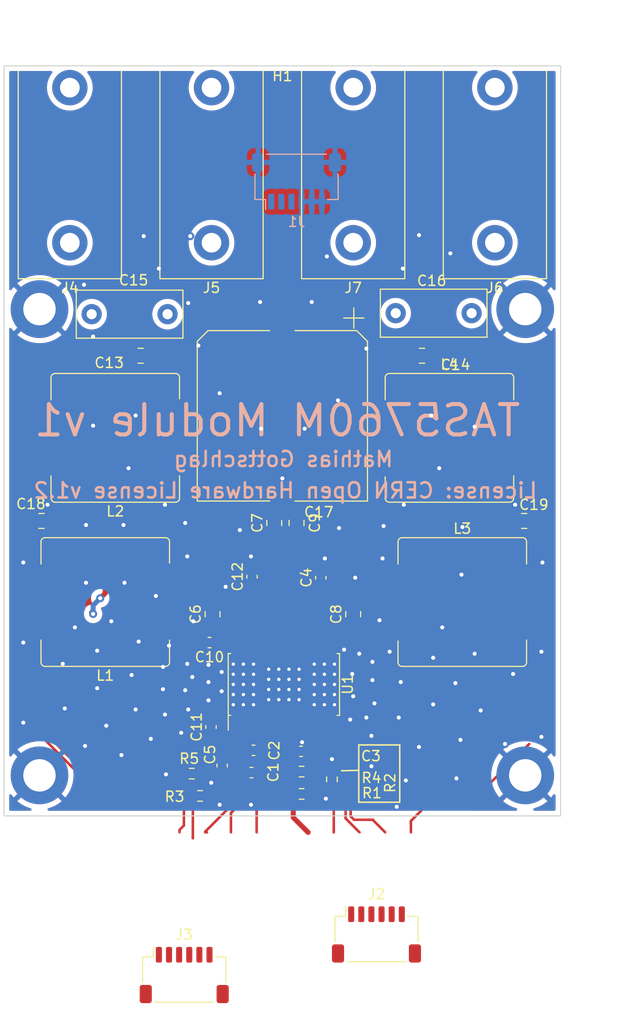
<source format=kicad_pcb>
(kicad_pcb (version 20211014) (generator pcbnew)

  (general
    (thickness 1.6)
  )

  (paper "A4")
  (title_block
    (title "TAS5760M Speaker Amplifier Modyule")
  )

  (layers
    (0 "F.Cu" signal)
    (31 "B.Cu" signal)
    (32 "B.Adhes" user "B.Adhesive")
    (33 "F.Adhes" user "F.Adhesive")
    (34 "B.Paste" user)
    (35 "F.Paste" user)
    (36 "B.SilkS" user "B.Silkscreen")
    (37 "F.SilkS" user "F.Silkscreen")
    (38 "B.Mask" user)
    (39 "F.Mask" user)
    (40 "Dwgs.User" user "User.Drawings")
    (41 "Cmts.User" user "User.Comments")
    (42 "Eco1.User" user "User.Eco1")
    (43 "Eco2.User" user "User.Eco2")
    (44 "Edge.Cuts" user)
    (45 "Margin" user)
    (46 "B.CrtYd" user "B.Courtyard")
    (47 "F.CrtYd" user "F.Courtyard")
    (48 "B.Fab" user)
    (49 "F.Fab" user)
    (50 "User.1" user "Nutzer.1")
    (51 "User.2" user "Nutzer.2")
    (52 "User.3" user "Nutzer.3")
    (53 "User.4" user "Nutzer.4")
    (54 "User.5" user "Nutzer.5")
    (55 "User.6" user "Nutzer.6")
    (56 "User.7" user "Nutzer.7")
    (57 "User.8" user "Nutzer.8")
    (58 "User.9" user "Nutzer.9")
  )

  (setup
    (stackup
      (layer "F.SilkS" (type "Top Silk Screen"))
      (layer "F.Paste" (type "Top Solder Paste"))
      (layer "F.Mask" (type "Top Solder Mask") (color "Green") (thickness 0.01))
      (layer "F.Cu" (type "copper") (thickness 0.035))
      (layer "dielectric 1" (type "core") (thickness 1.51) (material "FR4") (epsilon_r 4.5) (loss_tangent 0.02))
      (layer "B.Cu" (type "copper") (thickness 0.035))
      (layer "B.Mask" (type "Bottom Solder Mask") (color "Green") (thickness 0.01))
      (layer "B.Paste" (type "Bottom Solder Paste"))
      (layer "B.SilkS" (type "Bottom Silk Screen"))
      (copper_finish "None")
      (dielectric_constraints no)
    )
    (pad_to_mask_clearance 0)
    (pcbplotparams
      (layerselection 0x00010fc_ffffffff)
      (disableapertmacros false)
      (usegerberextensions false)
      (usegerberattributes true)
      (usegerberadvancedattributes true)
      (creategerberjobfile true)
      (svguseinch false)
      (svgprecision 6)
      (excludeedgelayer true)
      (plotframeref false)
      (viasonmask false)
      (mode 1)
      (useauxorigin false)
      (hpglpennumber 1)
      (hpglpenspeed 20)
      (hpglpendiameter 15.000000)
      (dxfpolygonmode true)
      (dxfimperialunits true)
      (dxfusepcbnewfont true)
      (psnegative false)
      (psa4output false)
      (plotreference true)
      (plotvalue true)
      (plotinvisibletext false)
      (sketchpadsonfab false)
      (subtractmaskfromsilk false)
      (outputformat 1)
      (mirror false)
      (drillshape 1)
      (scaleselection 1)
      (outputdirectory "")
    )
  )

  (net 0 "")
  (net 1 "Net-(C1-Pad1)")
  (net 2 "Net-(C1-Pad2)")
  (net 3 "Net-(C2-Pad1)")
  (net 4 "GND")
  (net 5 "+3V3")
  (net 6 "/PVDD")
  (net 7 "Net-(C10-Pad1)")
  (net 8 "Net-(C6-Pad1)")
  (net 9 "/SPK_A+")
  (net 10 "Net-(C7-Pad1)")
  (net 11 "/SPK_A-")
  (net 12 "Net-(C8-Pad1)")
  (net 13 "/SPK_B+")
  (net 14 "Net-(C9-Pad1)")
  (net 15 "/SPK_B-")
  (net 16 "Net-(C13-Pad1)")
  (net 17 "Net-(C14-Pad1)")
  (net 18 "Net-(C15-Pad1)")
  (net 19 "Net-(C16-Pad1)")
  (net 20 "/~{SPK_FAULT}")
  (net 21 "/~{SPK_SD}")
  (net 22 "/SDA")
  (net 23 "/SCL")
  (net 24 "/MCLK")
  (net 25 "/SCLK")
  (net 26 "/SDI")
  (net 27 "/WS")
  (net 28 "/ADR")
  (net 29 "Net-(R3-Pad1)")
  (net 30 "Net-(R4-Pad2)")
  (net 31 "unconnected-(J2-Pad3)")

  (footprint "Capacitor_SMD:C_0603_1608Metric" (layer "F.Cu") (at 69 111.4 90))

  (footprint "Capacitor_SMD:C_0805_2012Metric" (layer "F.Cu") (at 48.2 105.9))

  (footprint "HackAmp-Footprints:L_Bourns_SRR1208" (layer "F.Cu") (at 54.5 113.9 180))

  (footprint "Resistor_SMD:R_0603_1608Metric" (layer "F.Cu") (at 73.9 130.63))

  (footprint "HackAmp-Footprints:Banana_Jack_Deltron_571" (layer "F.Cu") (at 51 63.15))

  (footprint "HackAmp-Footprints:HackAmp-Module" (layer "F.Cu") (at 72 98))

  (footprint "Resistor_SMD:R_0603_1608Metric" (layer "F.Cu") (at 73.9 132.83))

  (footprint "Capacitor_SMD:C_0603_1608Metric" (layer "F.Cu") (at 68.95 130.73))

  (footprint "Resistor_SMD:R_0603_1608Metric" (layer "F.Cu") (at 63.045 130.83 180))

  (footprint "Capacitor_SMD:C_0603_1608Metric" (layer "F.Cu") (at 64.95 126.23 90))

  (footprint "Capacitor_SMD:C_0603_1608Metric" (layer "F.Cu") (at 64.8 117.9 180))

  (footprint "HackAmp-Footprints:L_Bourns_SRR1208" (layer "F.Cu") (at 88.51 97.7))

  (footprint "HackAmp-Footprints:L_Bourns_SRR1208" (layer "F.Cu") (at 89.78 113.9))

  (footprint "Connector_JST:JST_SH_SM06B-SRSS-TB_1x06-1MP_P1.00mm_Horizontal" (layer "F.Cu") (at 62.3 150.7))

  (footprint "HackAmp-Footprints:CP_Elec_16x17.5_Nichicon" (layer "F.Cu") (at 72 95.53 -90))

  (footprint "Capacitor_SMD:C_0603_1608Metric" (layer "F.Cu") (at 75.8 111.5 90))

  (footprint "Resistor_SMD:R_0603_1608Metric" (layer "F.Cu") (at 63.87 133.03))

  (footprint "Resistor_SMD:R_0603_1608Metric" (layer "F.Cu") (at 76.9 131.4 -90))

  (footprint "Connector_JST:JST_SH_SM06B-SRSS-TB_1x06-1MP_P1.00mm_Horizontal" (layer "F.Cu") (at 81.3 146.7))

  (footprint "Capacitor_SMD:C_0805_2012Metric" (layer "F.Cu") (at 73.4 106.1 90))

  (footprint "HackAmp-Footprints:L_Bourns_SRR1208" (layer "F.Cu") (at 55.49 97.7 180))

  (footprint "Capacitor_THT:C_Rect_L10.3mm_W4.5mm_P7.50mm_MKS4" (layer "F.Cu") (at 53.155 85.5))

  (footprint "Capacitor_SMD:C_0805_2012Metric" (layer "F.Cu") (at 65.1 115.1 90))

  (footprint "Capacitor_SMD:C_0805_2012Metric" (layer "F.Cu") (at 85.8 89.6))

  (footprint "HackAmp-Footprints:Banana_Jack_Deltron_571" (layer "F.Cu") (at 93 63.15))

  (footprint "Capacitor_SMD:C_0603_1608Metric" (layer "F.Cu") (at 73.85 128.63 180))

  (footprint "HackAmp-Footprints:Banana_Jack_Deltron_571" (layer "F.Cu") (at 65 63.15))

  (footprint "HackAmp-Footprints:Banana_Jack_Deltron_571" (layer "F.Cu") (at 79 63.15))

  (footprint "Capacitor_SMD:C_0805_2012Metric" (layer "F.Cu") (at 79 115.1 90))

  (footprint "Capacitor_SMD:C_0603_1608Metric" (layer "F.Cu") (at 66.05 130.03 -90))

  (footprint "Capacitor_THT:C_Rect_L10.3mm_W4.5mm_P7.50mm_MKS4" (layer "F.Cu") (at 90.7 85.4 180))

  (footprint "Capacitor_SMD:C_0805_2012Metric" (layer "F.Cu") (at 95.9 105.9 180))

  (footprint "Capacitor_SMD:C_0603_1608Metric" (layer "F.Cu") (at 69.15 128.53))

  (footprint "HackAmp-Footprints:TexasInstruments_DAP32" (layer "F.Cu") (at 72.15 122.03 90))

  (footprint "Capacitor_SMD:C_0805_2012Metric" (layer "F.Cu") (at 71.2 106.1 90))

  (footprint "Capacitor_SMD:C_0805_2012Metric" (layer "F.Cu") (at 58 89.6 180))

  (footprint "Connector_JST:JST_SH_SM06B-SRSS-TB_1x06-1MP_P1.00mm_Horizontal" (layer "B.Cu") (at 73.4 72.4))

  (gr_line (start 79.55 130.5) (end 77.85 130.55) (layer "F.SilkS") (width 0.15) (tstamp 08364419-396d-43ef-b2c3-4a73fde2199a))
  (gr_line (start 83.6 128) (end 79.55 128) (layer "F.SilkS") (width 0.15) (tstamp 70262297-fecd-4d68-9807-c9152ede24db))
  (gr_line (start 79.55 133.65) (end 83.6 133.65) (layer "F.SilkS") (width 0.15) (tstamp 71717714-8e25-4da9-8b61-9e6e6b64bd3c))
  (gr_line (start 79.55 128) (end 79.55 133.65) (layer "F.SilkS") (width 0.15) (tstamp aba04d3b-e35b-4fdb-90e3-8a6657b4320d))
  (gr_line (start 83.6 133.65) (end 83.6 128) (layer "F.SilkS") (width 0.15) (tstamp f805e304-02be-4039-aba6-a4fff32caf1f))
  (gr_line (start 72 61) (end 72 60) (layer "Dwgs.User") (width 0.15) (tstamp 7dedff42-765a-4a9b-9a53-a166079b65e6))
  (gr_line (start 99.5 61) (end 44.5 61) (layer "Edge.Cuts") (width 0.1) (tstamp 7064edc8-5a97-463f-a151-e85fee368ed2))
  (gr_line (start 99.5 135) (end 99.5 61) (layer "Edge.Cuts") (width 0.1) (tstamp 82be46f6-125e-4364-aabc-b7cd46808a7d))
  (gr_line (start 44.5 61) (end 44.5 135) (layer "Edge.Cuts") (width 0.1) (tstamp c3960765-73e9-4dc9-ae5a-10b547c87c01))
  (gr_line (start 44.5 135) (end 99.5 135) (layer "Edge.Cuts") (width 0.1) (tstamp c95d2855-23ee-44e2-8670-16ec16d4823a))
  (gr_text "Mathias Gottschlag" (at 72.1 99.8) (layer "B.SilkS") (tstamp 6b1bfc03-62b7-4b65-bcfb-f39c33b06082)
    (effects (font (size 1.5 1.5) (thickness 0.25)) (justify mirror))
  )
  (gr_text "TAS5760M Module v1" (at 71.5 96) (layer "B.SilkS") (tstamp afd1af13-c9aa-4133-b421-9cd10496a5f0)
    (effects (font (size 3 3) (thickness 0.4)) (justify mirror))
  )
  (gr_text "License: CERN Open Hardware License v1.2" (at 72.3 102.9) (layer "B.SilkS") (tstamp e68657ba-c1fa-4827-9503-39fd65d5b0e2)
    (effects (font (size 1.5 1.5) (thickness 0.25)) (justify mirror))
  )
  (dimension (type aligned) (layer "Dwgs.User") (tstamp 0d002fee-dd8e-4968-9587-0940d44e85c8)
    (pts (xy 98.67 73.12) (xy 98.67 141.7))
    (height -3.81)
    (gr_text "68,5800 mm" (at 101.33 107.41 90) (layer "Dwgs.User") (tstamp 0d002fee-dd8e-4968-9587-0940d44e85c8)
      (effects (font (size 1 1) (thickness 0.15)))
    )
    (format (units 3) (units_format 1) (precision 4))
    (style (thickness 0.15) (arrow_length 1.27) (text_position_mode 0) (extension_height 0.58642) (extension_offset 0.5) keep_text_aligned)
  )
  (dimension (type aligned) (layer "Dwgs.User") (tstamp 9766c311-31b2-44f2-95bd-8ad1818ded63)
    (pts (xy 65 61) (xy 51 61))
    (height 4.5)
    (gr_text "14,0000 mm" (at 58 55.35) (layer "Dwgs.User") (tstamp 8e278210-72ce-45aa-84a0-dfe71749fd86)
      (effects (font (size 1 1) (thickness 0.15)))
    )
    (format (units 3) (units_format 1) (precision 4))
    (style (thickness 0.15) (arrow_length 1.27) (text_position_mode 0) (extension_height 0.58642) (extension_offset 0.5) keep_text_aligned)
  )
  (dimension (type aligned) (layer "Dwgs.User") (tstamp 983615f4-4f46-48e3-97ab-23dd395889a7)
    (pts (xy 72 61) (xy 79 61))
    (height -4.5)
    (gr_text "7,0000 mm" (at 75.5 55.35) (layer "Dwgs.User") (tstamp 28c84997-687d-4590-82cc-3828d4f61a88)
      (effects (font (size 1 1) (thickness 0.15)))
    )
    (format (units 3) (units_format 1) (precision 4))
    (style (thickness 0.15) (arrow_length 1.27) (text_position_mode 0) (extension_height 0.58642) (extension_offset 0.5) keep_text_aligned)
  )
  (dimension (type aligned) (layer "Dwgs.User") (tstamp a780176d-a979-420f-8420-5639b7be5c7f)
    (pts (xy 72 61) (xy 65 61))
    (height 4.5)
    (gr_text "7,0000 mm" (at 68.5 55.35) (layer "Dwgs.User") (tstamp 97a8c48f-e1f3-4e3e-8bd7-8b3e91bc53d6)
      (effects (font (size 1 1) (thickness 0.15)))
    )
    (format (units 3) (units_format 1) (precision 4))
    (style (thickness 0.15) (arrow_length 1.27) (text_position_mode 0) (extension_height 0.58642) (extension_offset 0.5) keep_text_aligned)
  )
  (dimension (type aligned) (layer "Dwgs.User") (tstamp dbf458b4-ca63-4c7d-9168-6b21a7958a78)
    (pts (xy 79 61) (xy 93 61))
    (height -4.5)
    (gr_text "14,0000 mm" (at 86 55.35) (layer "Dwgs.User") (tstamp 028e1e03-2c63-4f22-a699-7cafd1b9ea33)
      (effects (font (size 1 1) (thickness 0.15)))
    )
    (format (units 3) (units_format 1) (precision 4))
    (style (thickness 0.15) (arrow_length 1.27) (text_position_mode 0) (extension_height 0.58642) (extension_offset 0.5) keep_text_aligned)
  )
  (dimension (type aligned) (layer "Dwgs.User") (tstamp e357749f-de83-45fb-8d9f-69d6a469ed58)
    (pts (xy 98.67 141.7) (xy 45.33 141.7))
    (height -2.54)
    (gr_text "53,3400 mm" (at 72 143.09) (layer "Dwgs.User") (tstamp e357749f-de83-45fb-8d9f-69d6a469ed58)
      (effects (font (size 1 1) (thickness 0.15)))
    )
    (format (units 3) (units_format 1) (precision 4))
    (style (thickness 0.15) (arrow_length 1.27) (text_position_mode 0) (extension_height 0.58642) (extension_offset 0.5) keep_text_aligned)
  )

  (segment (start 68.575 125.73) (end 68.575 126.947856) (width 0.25) (layer "F.Cu") (net 1) (tstamp 3f7c6530-8c77-456a-baa4-5740966f8690))
  (segment (start 68.05048 130.50548) (end 68.175 130.63) (width 0.25) (layer "F.Cu") (net 1) (tstamp 6763381d-d166-47fc-a623-d49056286b62))
  (segment (start 67.55 127.972855) (end 67.55 130.105) (width 0.25) (layer "F.Cu") (net 1) (tstamp abf95c3a-257e-4369-b073-202ed7fdc1e6))
  (segment (start 68.575 126.947856) (end 67.55 127.972855) (width 0.25) (layer "F.Cu") (net 1) (tstamp bdbd60a1-b13f-4bd1-8551-80edee2feb44))
  (segment (start 67.55 130.105) (end 68.175 130.73) (width 0.25) (layer "F.Cu") (net 1) (tstamp daa02b89-295b-4374-b744-626a31554493))
  (segment (start 69.875 125.73) (end 69.875 128.48) (width 0.25) (layer "F.Cu") (net 2) (tstamp 28a1edf9-35e2-4e56-980f-f152f816f2fc))
  (segment (start 69.925 128.53) (end 69.925 130.53) (width 0.25) (layer "F.Cu") (net 2) (tstamp 74693a85-8e45-4b94-a419-24978f4a0fd5))
  (segment (start 69.875 128.48) (end 69.925 128.53) (width 0.25) (layer "F.Cu") (net 2) (tstamp 8606e5c2-5341-4c88-8b3e-fdd5513b573b))
  (segment (start 69.925 130.53) (end 69.725 130.73) (width 0.25) (layer "F.Cu") (net 2) (tstamp 8a5528e9-0282-461e-b5b9-9d89b9d49d1e))
  (segment (start 69.225 125.73) (end 69.225 127.015) (width 0.25) (layer "F.Cu") (net 3) (tstamp 1cf6e9e1-be87-4eac-9c4b-62df40fda423))
  (segment (start 69.225 127.015) (end 68.375 127.865) (width 0.25) (layer "F.Cu") (net 3) (tstamp 3da93788-3eaf-4ae9-8db3-9186b61cdd32))
  (segment (start 68.375 127.865) (end 68.375 128.53) (width 0.25) (layer "F.Cu") (net 3) (tstamp a2188a88-bb61-4775-ae87-fec08ac6e1eb))
  (segment (start 70.525 120.405) (end 70.65 120.53) (width 0.25) (layer "F.Cu") (net 4) (tstamp 2e0e33ea-46e4-49ff-8c2e-6eadbe4c4ce8))
  (segment (start 69 109.5) (end 68.9 109.4) (width 0.5) (layer "F.Cu") (net 4) (tstamp 3eb73691-fda6-4f91-87a1-762e571b8555))
  (segment (start 76.3 133.3) (end 76.3 132.825) (width 0.25) (layer "F.Cu") (net 4) (tstamp 6c20835d-75c3-46c3-968e-2925de403cbd))
  (segment (start 74.625 128.405) (end 73.95 127.73) (width 0.25) (layer "F.Cu") (net 4) (tstamp 707a2c6b-59a0-4abf-abc7-4aa2f0813335))
  (segment (start 74.625 128.63) (end 74.625 128.405) (width 0.25) (layer "F.Cu") (net 4) (tstamp 7960092b-0119-4370-92d5-311d9724d026))
  (segment (start 66.05 130.805) (end 65.895 130.805) (width 0.25) (layer "F.Cu") (net 4) (tstamp 832c101c-5a5b-4668-9f04-2457ddd075da))
  (segment (start 76.3 132.825) (end 76.9 132.225) (width 0.25) (layer "F.Cu") (net 4) (tstamp 9085d681-86ac-4373-ac7d-c04fe8e5d32d))
  (segment (start 76.375 119.805) (end 76.15 120.03) (width 0.25) (layer "F.Cu") (net 4) (tstamp a3dc6056-0f5a-455f-9093-f73179ae44c5))
  (segment (start 75.8 110) (end 76.2 109.6) (width 0.5) (layer "F.Cu") (net 4) (tstamp a7d83e19-d593-4e65-9db4-a4eab4c5e981))
  (segment (start 69.025 110.625) (end 68.8 110.625) (width 0.25) (layer "F.Cu") (net 4) (tstamp aa94e390-d68d-4f8c-92e5-fa84e53cd4e7))
  (segment (start 76.375 118.33) (end 76.375 119.805) (width 0.25) (layer "F.Cu") (net 4) (tstamp b6b9b63b-ac48-43dd-acbc-c007354ab9b3))
  (segment (start 65.895 130.805) (end 64.97 131.73) (width 0.25) (layer "F.Cu") (net 4) (tstamp c2fb9efa-e998-46b4-bca3-a059373b61fd))
  (segment (start 73.775 118.33) (end 73.775 120.405) (width 0.25) (layer "F.Cu") (net 4) (tstamp ca2dafb1-1fbb-4204-8e0b-ea87a40b9a9b))
  (segment (start 69 110.625) (end 69 109.5) (width 0.5) (layer "F.Cu") (net 4) (tstamp cc1fc5b7-8a17-4652-851b-a4d9bfe3f9ab))
  (segment (start 75.8 110.725) (end 75.8 110) (width 0.5) (layer "F.Cu") (net 4) (tstamp d8c7ba21-25f2-4969-a2e6-1af712fbdd7b))
  (segment (start 70.525 118.33) (end 70.525 120.405) (width 0.25) (layer "F.Cu") (net 4) (tstamp de376fea-49d6-4ab6-bb24-ff4a59afcfe9))
  (segment (start 67.925 119.805) (end 68.15 120.03) (width 0.25) (layer "F.Cu") (net 4) (tstamp e4cfef8d-5de9-4fe3-bd79-fcab99ca85ef))
  (segment (start 67.925 118.33) (end 67.925 119.805) (width 0.25) (layer "F.Cu") (net 4) (tstamp e7fd353b-5e0f-47cd-a3b9-64e06f7dfc67))
  (segment (start 73.775 120.405) (end 73.65 120.53) (width 0.25) (layer "F.Cu") (net 4) (tstamp f9e389ad-776f-4d14-854a-07e1c2d146f4))
  (via (at 52.5 128.1) (size 0.8) (drill 0.4) (layers "F.Cu" "B.Cu") (free) (net 4) (tstamp 061c612f-c7b8-4bcb-8fc7-c662623fb569))
  (via (at 69.8 84.3) (size 0.8) (drill 0.4) (layers "F.Cu" "B.Cu") (free) (net 4) (tstamp 065fd3e5-9b8e-42a7-a2cd-9e1a5411d0d1))
  (via (at 60.2 122.5) (size 0.8) (drill 0.4) (layers "F.Cu" "B.Cu") (free) (net 4) (tstamp 0db0e43d-7f88-4d90-a604-08cb6c149e25))
  (via (at 60.5 130.9) (size 0.8) (drill 0.4) (layers "F.Cu" "B.Cu") (free) (net 4) (tstamp 10464083-bf2b-4827-822f-6119de9e9bcd))
  (via (at 68.9 109.4) (size 0.8) (drill 0.4) (layers "F.Cu" "B.Cu") (free) (net 4) (tstamp 12962ae7-0a49-46de-9c0e-09aeac838f68))
  (via (at 64.7 123.6) (size 0.8) (drill 0.4) (layers "F.Cu" "B.Cu") (free) (net 4) (tstamp 1548c393-7172-44b5-bcd9-c93ec6e9dde4))
  (via (at 46.4 117.9) (size 0.8) (drill 0.4) (layers "F.Cu" "B.Cu") (free) (net 4) (tstamp 16206d78-0e03-4742-9a8d-ee8488e6a942))
  (via (at 62 126.8) (size 0.8) (drill 0.4) (layers "F.Cu" "B.Cu") (free) (net 4) (tstamp 1b2bfea1-18d4-4f41-93c1-ad59ab7de92d))
  (via (at 52.4 82.6) (size 0.8) (drill 0.4) (layers "F.Cu" "B.Cu") (free) (net 4) (tstamp 2128368f-0803-4257-90a4-f36063b799a7))
  (via (at 80.8 127.1) (size 0.8) (drill 0.4) (layers "F.Cu" "B.Cu") (free) (net 4) (tstamp 228a04fd-3eb3-4698-8703-22344b062670))
  (via (at 53.3 96.5) (size 0.8) (drill 0.4) (layers "F.Cu" "B.Cu") (free) (net 4) (tstamp 26a00eec-33c4-40c5-abd3-3007b6ce58fa))
  (via (at 84 104.3) (size 0.8) (drill 0.4) (layers "F.Cu" "B.Cu") (free) (net 4) (tstamp 2777c26b-2b93-4c98-8ecc-051698da5f3b))
  (via (at 88.6 79.5) (size 0.8) (drill 0.4) (layers "F.Cu" "B.Cu") (free) (net 4) (tstamp 2936600a-2bf7-4b9a-887c-38cc76a3b3e0))
  (via (at 86.7 95.5) (size 0.8) (drill 0.4) (layers "F.Cu" "B.Cu") (free) (net 4) (tstamp 2cfd440e-0fac-40f3-9178-695d68bc2416))
  (via (at 87.5 100.7) (size 0.8) (drill 0.4) (layers "F.Cu" "B.Cu") (free) (net 4) (tstamp 2e4ad2c8-4036-4859-8d49-387c691d20e7))
  (via (at 46.4 110) (size 0.8) (drill 0.4) (layers "F.Cu" "B.Cu") (free) (net 4) (tstamp 2f8454f5-804f-491f-a36f-d63b9e057024))
  (via (at 55.1 115.8) (size 0.8) (drill 0.4) (layers "F.Cu" "B.Cu") (free) (net 4) (tstamp 34c5cc85-a03f-47c8-ad9b-9b1371dea199))
  (via (at 52.6 106.3) (size 0.8) (drill 0.4) (layers "F.Cu" "B.Cu") (free) (net 4) (tstamp 3619dba0-e0c5-4e62-bed8-9f3473e2800d))
  (via (at 78.7 125.5) (size 0.8) (drill 0.4) (layers "F.Cu" "B.Cu") (free) (net 4) (tstamp 37beb265-5d19-420b-9ce2-a20f787c44a9))
  (via (at 56.3 106.3) (size 0.8) (drill 0.4) (layers "F.Cu" "B.Cu") (free) (net 4) (tstamp 37fbaa68-6946-47aa-b3d0-7a3dca35da38))
  (via (at 59.5 113.3) (size 0.8) (drill 0.4) (layers "F.Cu" "B.Cu") (free) (net 4) (tstamp 3a7ec20b-0302-429b-80ec-cf982a260575))
  (via (at 65.8 93.3) (size 0.8) (drill 0.4) (layers "F.Cu" "B.Cu") (free) (net 4) (tstamp 3e816f66-a169-4b17-85d2-3e04029eee27))
  (via (at 94.8 121) (size 0.8) (drill 0.4) (layers "F.Cu" "B.Cu") (free) (net 4) (tstamp 443bfd0e-a909-4ba3-819a-c5f5e3e084dc))
  (via (at 80.8 130.1) (size 0.8) (drill 0.4) (layers "F.Cu" "B.Cu") (free) (net 4) (tstamp 461bbcf8-c000-4432-a4d1-d98f62c45fa5))
  (via (at 52.6 112) (size 0.8) (drill 0.4) (layers "F.Cu" "B.Cu") (free) (net 4) (tstamp 476a6fb7-bb87-4971-9780-2e813a94906f))
  (via (at 62.6 120) (size 0.8) (drill 0.4) (layers "F.Cu" "B.Cu") (free) (net 4) (tstamp 4905c7a8-031c-4f34-8235-9440f58e6e46))
  (via (at 57.5 95.5) (size 0.8) (drill 0.4) (layers "F.Cu" "B.Cu") (free) (net 4) (tstamp 4a984d15-586f-4d76-b5c5-e654993de6a7))
  (via (at 63.2 115.8) (size 0.8) (drill 0.4) (layers "F.Cu" "B.Cu") (free) (net 4) (tstamp 4cfb2e4b-1ff7-4f63-9498-8f4c1018a458))
  (via (at 89.1 121.9) (size 0.8) (drill 0.4) (layers "F.Cu" "B.Cu") (free) (net 4) (tstamp 4e0da5dd-009f-493c-81d9-ecdea17891ba))
  (via (at 56.4 112) (size 0.8) (drill 0.4) (layers "F.Cu" "B.Cu") (free) (net 4) (tstamp 4f2acf4e-ffac-4d70-a70f-4f260f057396))
  (via (at 48.8 104.3) (size 0.8) (drill 0.4) (layers "F.Cu" "B.Cu") (free) (net 4) (tstamp 54229b49-4af7-4793-9238-ced10cf337b8))
  (via (at 86.9 119.4) (size 0.8) (drill 0.4) (layers "F.Cu" "B.Cu") (free) (net 4) (tstamp 55affccc-73d0-472f-827b-f3b4851b68f8))
  (via (at 62.4 122.6) (size 0.8) (drill 0.4) (layers "F.Cu" "B.Cu") (free) (net 4) (tstamp 5d2a535e-8d26-426b-9949-af2569758d79))
  (via (at 91 96.6) (size 0.8) (drill 0.4) (layers "F.Cu" "B.Cu") (free) (net 4) (tstamp 5ebb57ae-be7c-4c03-a061-a914c8e74f30))
  (via (at 51.5 116.4) (size 0.8) (drill 0.4) (layers "F.Cu" "B.Cu") (free) (net 4) (tstamp 61406446-4106-47ad-b944-20ae869f0790))
  (via (at 64.97 131.73) (size 0.8) (drill 0.4) (layers "F.Cu" "B.Cu") (net 4) (tstamp 6221fdcf-0e00-408d-97fd-afc47cd47a57))
  (via (at 81.6 115.7) (size 0.8) (drill 0.4) (layers "F.Cu" "B.Cu") (free) (net 4) (tstamp 6306da09-0229-47ba-90a6-16399c4cf21c))
  (via (at 83.5 125.3) (size 0.8) (drill 0.4) (layers "F.Cu" "B.Cu") (free) (net 4) (tstamp 650cb862-3f0b-45d0-a9a2-b79293a9e791))
  (via (at 60.4 104.3) (size 0.8) (drill 0.4) (layers "F.Cu" "B.Cu") (free) (net 4) (tstamp 6540143e-32b7-4364-aa8b-b57c6cb00ee6))
  (via (at 81.1 123.9) (size 0.8) (drill 0.4) (layers "F.Cu" "B.Cu") (free) (net 4) (tstamp 67914436-de70-4709-999b-935dc2055538))
  (via (at 60.8 118.2) (size 0.8) (drill 0.4) (layers "F.Cu" "B.Cu") (free) (net 4) (tstamp 69e62a66-6f5c-427c-bac2-b490ac2ae519))
  (via (at 72 101.7) (size 0.8) (drill 0.4) (layers "F.Cu" "B.Cu") (free) (net 4) (tstamp 6b7c8bed-240b-44c2-95a6-14a034e87b0a))
  (via (at 78.9 121) (size 0.8) (drill 0.4) (layers "F.Cu" "B.Cu") (free) (net 4) (tstamp 70e3586f-0a16-457d-9255-e34e9012497c))
  (via (at 56.1 129) (size 0.8) (drill 0.4) (layers "F.Cu" "B.Cu") (free) (net 4) (tstamp 71583c97-be34-4984-bb5f-2f728c9edd6a))
  (via (at 62.7 124.5) (size 0.8) (drill 0.4) (layers "F.Cu" "B.Cu") (free) (net 4) (tstamp 73984f2e-5978-4e77-a673-0331d2ff1d6e))
  (via (at 66 122.7) (size 0.8) (drill 0.4) (layers "F.Cu" "B.Cu") (free) (net 4) (tstamp 74a673b5-c9a0-415a-812f-103e7754dbc4))
  (via (at 64.7 121.8) (size 0.8) (drill 0.4) (layers "F.Cu" "B.Cu") (free) (net 4) (tstamp 7a0379fe-7c84-407e-8dbc-e52b744513e0))
  (via (at 59.8 81) (size 0.8) (drill 0.4) (layers "F.Cu" "B.Cu") (free) (net 4) (tstamp 7a2d86c3-28d8-4453-b08f-5c7ccfdbf15d))
  (via (at 58.3 77.8) (size 0.8) (drill 0.4) (layers "F.Cu" "B.Cu") (free) (net 4) (tstamp 7c843256-aabc-4474-82e6-f40fbe998d93))
  (via (at 85.5 77.7) (size 0.8) (drill 0.4) (layers "F.Cu" "B.Cu") (free) (net 4) (tstamp 7e227209-eb91-4d4e-b0e2-9cb84ce371cd))
  (via (at 60.4 125) (size 0.8) (drill 0.4) (layers "F.Cu" "B.Cu") (free) (net 4) (tstamp 80280cfa-b866-4cd6-9523-017a1b45e913))
  (via (at 76.9 129.4) (size 0.8) (drill 0.4) (layers "F.Cu" "B.Cu") (free) (net 4) (tstamp 822f6275-590e-4377-9892-e7789f2a1599))
  (via (at 95 104.3) (size 0.8) (drill 0.4) (layers "F.Cu" "B.Cu") (free) (net 4) (tstamp 83420ddc-b70d-451a-8571-f2a150150d79))
  (via (at 79 123.2) (size 0.8) (drill 0.4) (layers "F.Cu" "B.Cu") (free) (net 4) (tstamp 872afada-45dd-419f-acde-20752865c7c5))
  (via (at 57.8 117.8) (size 0.8) (drill 0.4) (layers "F.Cu" "B.Cu") (free) (net 4) (tstamp 88f68fe0-c8fe-4899-a319-c932a37d3206))
  (via (at 79.2 111.5) (size 0.8) (drill 0.4) (layers "F.Cu" "B.Cu") (free) (net 4) (tstamp 8b7464e3-92ff-4195-a05a-63f0077038a5))
  (via (at 91 119) (size 0.8) (drill 0.4) (layers "F.Cu" "B.Cu") (free) (net 4) (tstamp 9333808f-14c8-475b-92b7-1ddb73e1e25b))
  (via (at 83.7 121.8) (size 0.8) (drill 0.4) (layers "F.Cu" "B.Cu") (free) (net 4) (tstamp 9354175d-1d23-4a83-a41f-0b722adaab6e))
  (via (at 83.3 134.1) (size 0.8) (drill 0.4) (layers "F.Cu" "B.Cu") (free) (net 4) (tstamp 936df0df-e5e2-4af4-b0f3-c33860c36dd7))
  (via (at 57.5 124.5) (size 0.8) (drill 0.4) (layers "F.Cu" "B.Cu") (free) (net 4) (tstamp 94ee5a23-bc2f-41c5-9890-f3c37c19ca90))
  (via (at 87.8 116.4) (size 0.8) (drill 0.4) (layers "F.Cu" "B.Cu") (free) (net 4) (tstamp 970c1a89-ffd2-417c-9b78-d06628b91af1))
  (via (at 46.4 125.8) (size 0.8) (drill 0.4) (layers "F.Cu" "B.Cu") (free) (net 4) (tstamp 973488d8-363e-4c65-a727-0a6061ad9868))
  (via (at 91.6 124.6) (size 0.8) (drill 0.4) (layers "F.Cu" "B.Cu") (free) (net 4) (tstamp 99deb2d9-b0a5-44a1-8464-d413670e0587))
  (via (at 89.2 131.3) (size 0.8) (drill 0.4) (layers "F.Cu" "B.Cu") (free) (net 4) (tstamp 9a616290-3e2c-4107-b6ce-3102b90c1674))
  (via (at 68.9 133.9) (size 0.8) (drill 0.4) (layers "F.Cu" "B.Cu") (free) (net 4) (tstamp a01f7833-6cb6-45ac-9bb0-4af38d9447b8))
  (via (at 89.7 111.2) (size 0.8) (drill 0.4) (layers "F.Cu" "B.Cu") (free) (net 4) (tstamp a313f227-b145-44b9-ad30-e71a376c0315))
  (via (at 94 127.9) (size 0.8) (drill 0.4) (layers "F.Cu" "B.Cu") (free) (net 4) (tstamp a4d2b4ea-867c-4afa-9f73-957b05e49eb3))
  (via (at 80.9 119.8) (size 0.8) (drill 0.4) (layers "F.Cu" "B.Cu") (free) (net 4) (tstamp a7b37f9f-163e-44a6-9769-4701a52783ed))
  (via (at 57.1 121.1) (size 0.8) (drill 0.4) (layers "F.Cu" "B.Cu") (free) (net 4) (tstamp a9490b1b-8ee1-4907-ac83-ba6baf785c1c))
  (via (at 53.3 87.7) (size 0.8) (drill 0.4) (layers "F.Cu" "B.Cu") (free) (net 4) (tstamp aa46ec66-8629-4ecb-aca5-200f27c32c7c))
  (via (at 80.3 88.9) (size 0.8) (drill 0.4) (layers "F.Cu" "B.Cu") (free) (net 4) (tstamp aa4d2a67-010c-4b4f-a783-4062e380375b))
  (via (at 97.6 127.2) (size 0.8) (drill 0.4) (layers "F.Cu" "B.Cu") (free) (net 4) (tstamp ab0a4646-0e72-4ca0-aa0a-7879eb4c8b9f))
  (via (at 50.3 120) (size 0.8) (drill 0.4) (layers "F.Cu" "B.Cu") (free) (net 4) (tstamp ac87107c-0303-429e-a0d3-442f1e2320ff))
  (via (at 85.5 128.2) (size 0.8) (drill 0.4) (layers "F.Cu" "B.Cu") (free) (net 4) (tstamp ae9cd7df-b524-4276-9200-c241d5a8f657))
  (via (at 65.8 133.9) (size 0.8) (drill 0.4) (layers "F.Cu" "B.Cu") (free) (net 4) (tstamp b518e97e-328a-4d69-8a4c-4d6669356960))
  (via (at 59 127.4) (size 0.8) (drill 0.4) (layers "F.Cu" "B.Cu") (free) (net 4) (tstamp b79c5e33-48e3-4865-b3e6-d22ab6af3165))
  (via (at 77.6 106.6) (size 0.8) (drill 0.4) (layers "F.Cu" "B.Cu") (free) (net 4) (tstamp bb5c7766-5fe5-452b-9cdf-23ffd2d5fd1f))
  (via (at 77.5 94) (size 0.8) (drill 0.4) (layers "F.Cu" "B.Cu") (free) (net 4) (tstamp bbf9e5ca-ba21-4742-9a8c-a361b69aca0f))
  (via (at 63.1 121.3) (size 0.8) (drill 0.4) (layers "F.Cu" "B.Cu") (free) (net 4) (tstamp bda3eda3-06ae-44b2-b91a-d6f49a1f4078))
  (via (at 73.95 127.73) (size 0.8) (drill 0.4) (layers "F.Cu" "B.Cu") (net 4) (tstamp bda79f76-85d9-446c-a7a3-980e3d4dab64))
  (via (at 89.8 106.5) (size 0.8) (drill 0.4) (layers "F.Cu" "B.Cu") (free) (net 4) (tstamp be1c3f56-4b0f-43f3-a097-54269377a244))
  (via (at 66.4 112.4) (size 0.8) (drill 0.4) (layers "F.Cu" "B.Cu") (free) (net 4) (tstamp be64bbe2-c090-493f-b1c7-50ffcac3a41b))
  (via (at 79.6 119) (size 0.8) (drill 0.4) (layers "F.Cu" "B.Cu") (free) (net 4) (tstamp bf6c09a7-19a4-4828-a72c-b5b3aa4bd719))
  (via (at 66 120.8) (size 0.8) (drill 0.4) (layers "F.Cu" "B.Cu") (free) (net 4) (tstamp c204f8c2-83f8-4ec2-8b7d-2ce35ef8838f))
  (via (at 83.9 81) (size 0.8) (drill 0.4) (layers "F.Cu" "B.Cu") (free) (net 4) (tstamp c27633ae-6642-4df7-a50d-2e1bb491b810))
  (via (at 82 106.4) (size 0.8) (drill 0.4) (layers "F.Cu" "B.Cu") (free) (net 4) (tstamp c3e487ee-a8f8-4b5c-a791-45ab7b8ef44f))
  (via (at 62.6 109.4) (size 0.8) (drill 0.4) (layers "F.Cu" "B.Cu") (free) (net 4) (tstamp c6c482f1-59f9-49b8-aa26-c180d8d0835f))
  (via (at 80.9 121.6) (size 0.8) (drill 0.4) (layers "F.Cu" "B.Cu") (free) (net 4) (tstamp c8e089c5-6093-4d99-a39a-2b7f8b1bc832))
  (via (at 81.9 109.6) (size 0.8) (drill 0.4) (layers "F.Cu" "B.Cu") (free) (net 4) (tstamp c9e66fd5-8ded-4252-9061-04b377500f6b))
  (via (at 53.7 122.4) (size 0.8) (drill 0.4) (layers "F.Cu" "B.Cu") (free) (net 4) (tstamp ca3513dc-26cd-47d3-baa7-1d5a9562d8a7))
  (via (at 53.7 118.7) (size 0.8) (drill 0.4) (layers "F.Cu" "B.Cu") (free) (net 4) (tstamp ca66cf2b-5c15-43f3-99bc-9578345926e8))
  (via (at 60.2 120.3) (size 0.8) (drill 0.4) (layers "F.Cu" "B.Cu") (free) (net 4) (tstamp ce760a31-12c9-4112-a05a-4bbeb26fbf97))
  (via (at 50.5 124.4) (size 0.8) (drill 0.4) (layers "F.Cu" "B.Cu") (free) (net 4) (tstamp cfdbf6d1-4fb8-4d43-b0bb-b3bb0d45edb1))
  (via (at 76.4 79.8) (size 0.8) (drill 0.4) (layers "F.Cu" "B.Cu") (free) (net 4) (tstamp d1361757-4c3c-48ed-be35-b3ecea7a3781))
  (via (at 76.2 109.6) (size 0.8) (drill 0.4) (layers "F.Cu" "B.Cu") (free) (net 4) (tstamp d1d6ea51-0c32-453b-a57e-bf5be4707be1))
  (via (at 97.7 110) (size 0.8) (drill 0.4) (layers "F.Cu" "B.Cu") (free) (net 4) (tstamp d3130d69-978c-481f-bf31-fe444b58379d))
  (via (at 76.3 133.3) (size 0.8) (drill 0.4) (layers "F.Cu" "B.Cu") (free) (net 4) (tstamp d7b91be3-6fd3-4434-9533-d6dc0eaa163f))
  (via (at 89.6 127.5) (size 0.8) (drill 0.4) (layers "F.Cu" "B.Cu") (free) (net 4) (tstamp db440691-c74d-4df0-983b-2652121b8af7))
  (via (at 80.3 125.3) (size 0.8) (drill 0.4) (layers "F.Cu" "B.Cu") (free) (net 4) (tstamp dc6c2fd5-1034-4f2e-9eea-b665184f1869))
  (via (at 97.6 118.8) (size 0.8) (drill 0.4) (layers "F.Cu" "B.Cu") (free) (net 4) (tstamp dcb92a06-4417-4608-b8db-55698dcf39a8))
  (via (at 84.2 131.5) (size 0.8) (drill 0.4) (layers "F.Cu" "B.Cu") (free) (net 4) (tstamp e4e3d803-2116-4285-8043-3c17db00a46b))
  (via (at 62.4 106.1) (size 0.8) (drill 0.4) (layers "F.Cu" "B.Cu") (free) (net 4) (tstamp e4f47c1e-5bf3-4813-bedb-e2c741ece5cf))
  (via (at 78.1 118.6) (size 0.8) (drill 0.4) (layers "F.Cu" "B.Cu") (free) (net 4) (tstamp eb6a52ad-3369-4ef4-b233-4febdc848bfb))
  (via (at 62.7 84.4) (size 0.8) (drill 0.4) (layers "F.Cu" "B.Cu") (free) (net 4) (tstamp ee051d28-8f18-411f-b23d-c37fd4f49080))
  (via (at 86.9 124) (size 0.8) (drill 0.4) (layers "F.Cu" "B.Cu") (free) (net 4) (tstamp efb65be4-13c2-4e39-ad39-7d3a5e72058c))
  (via (at 54.6 126.1) (size 0.8) (drill 0.4) (layers "F.Cu" "B.Cu") (free) (net 4) (tstamp f0b4ba06-70c6-424d-b7ac-c0f4e092a5b2))
  (via (at 67.8 106.8) (size 0.8) (drill 0.4) (layers "F.Cu" "B.Cu") (free) (net 4) (tstamp f14d7b51-d21b-402e-a30b-3246cfba97a0))
  (via (at 64.7 120.1) (size 0.8) (drill 0.4) (layers "F.Cu" "B.Cu") (free) (net 4) (tstamp f1775255-f6a0-414f-b991-28cdf6c76d18))
  (via (at 74.2 96.8) (size 0.8) (drill 0.4) (layers "F.Cu" "B.Cu") (free) (net 4) (tstamp f1f012e5-0985-486a-a8a0-4314175d7d80))
  (via (at 82.6 118.8) (size 0.8) (drill 0.4) (layers "F.Cu" "B.Cu") (free) (net 4) (tstamp f7f2d47d-bf59-4584-ba3b-2069575f7a34))
  (via (at 62.9 77.8) (size 0.8) (drill 0.4) (layers "F.Cu" "B.Cu") (free) (net 4) (tstamp f7fef6b2-d234-4749-b9fb-8e8875b494a3))
  (via (at 63.7 88.6) (size 0.8) (drill 0.4) (layers "F.Cu" "B.Cu") (free) (net 4) (tstamp fd688fe4-9f50-4a92-9f72-6c7a40b08486))
  (via (at 74.9 84.3) (size 0.8) (drill 0.4) (layers "F.Cu" "B.Cu") (free) (net 4) (tstamp fde9890b-4831-4fcb-8339-c2a5b84084e9))
  (via (at 69.9 96.8) (size 0.8) (drill 0.4) (layers "F.Cu" "B.Cu") (free) (net 4) (tstamp fec9a997-22e0-44ca-ba6d-d5e8f95faad1))
  (via (at 56.8 100.7) (size 0.8) (drill 0.4) (layers "F.Cu" "B.Cu") (free) (net 4) (tstamp ff01923e-987b-46d6-96c0-784075da818f))
  (segment (start 73.075 132.83) (end 73.075 130.63) (width 0.5) (layer "F.Cu") (net 5) (tstamp 012e71c9-c88f-488f-a894-e38d8125629b))
  (segment (start 74.425 136.505) (end 74.54 136.62) (width 0.5) (layer "F.Cu") (net 5) (tstamp 11799f91-62ba-42ad-ba40-e005834c2a96))
  (segment (start 73.075 130.63) (end 73.075 128.63) (width 0.5) (layer "F.Cu") (net 5) (tstamp 119f1846-372c-48e8-8e53-a8aebe3f7aa9))
  (segment (start 63.155489 137.207766) (end 63.155489 133.140489) (width 0.25) (layer "F.Cu") (net 5) (tstamp 14e8fc2f-6377-49a3-9f83-c1a4209469d2))
  (segment (start 73.075 132.83) (end 73.075 134.915) (width 0.5) (layer "F.Cu") (net 5) (tstamp 223aabb1-5432-4860-9e0d-26d1290089fd))
  (segment (start 63.155489 133.140489) (end 63.045 133.03) (width 0.25) (layer "F.Cu") (net 5) (tstamp 249f50cc-98eb-4098-b431-25a8e6c9a628))
  (segment (start 63.155489 137.207766) (end 63.155489 136.967766) (width 0.25) (layer "F.Cu") (net 5) (tstamp 2615e99a-f815-4086-aef3-d8a11fd49add))
  (segment (start 73.125 128.58) (end 73.075 128.63) (width 0.25) (layer "F.Cu") (net 5) (tstamp 375dc1fb-e77a-42d0-b0c9-5ad88acc79ea))
  (segment (start 73.125 125.73) (end 73.125 128.58) (width 0.25) (layer "F.Cu") (net 5) (tstamp 763a8a26-3d44-4492-8949-2493283b5022))
  (segment (start 73.125 128.38) (end 73.075 128.43) (width 0.25) (layer "F.Cu") (net 5) (tstamp b2cf3d58-d2fe-4b90-b03b-f5795ec892c1))
  (segment (start 73.075 135.155) (end 74.54 136.62) (width 0.5) (layer "F.Cu") (net 5) (tstamp cd53ad2d-171b-4d66-9bd4-835e5dd05943))
  (segment (start 69 114.1) (end 69 112.175) (width 0.25) (layer "F.Cu") (net 6) (tstamp 14243e44-254f-4cf6-9ecc-4a9c0c81dfbc))
  (segment (start 75.8 114.8) (end 75.8 112.275) (width 0.25) (layer "F.Cu") (net 6) (tstamp 20439239-a771-499b-b424-c2d5f4bad3ad))
  (segment (start 69.875 118.33) (end 69.875 114.975) (width 0.25) (layer "F.Cu") (net 6) (tstamp 2803e749-3c9f-46f9-942b-59cc72742e88))
  (segment (start 52.823204 130.9) (end 48.4 126.476796) (width 0.5) (layer "F.Cu") (net 6) (tstamp 2c3215fc-1e9e-406a-9e55-fad62ef92a5d))
  (segment (start 80.1 106.4) (end 80.1 105.2) (width 0.25) (layer "F.Cu") (net 6) (tstamp 3cbd4ac5-f5df-4629-8c8b-c41b86cba51b))
  (segment (start 78.9 107.6) (end 80.1 106.4) (width 0.25) (layer "F.Cu") (net 6) (tstamp 4ed6004a-1ba5-4c8b-a575-c5f53a487027))
  (segment (start 54 113.5255) (end 54.5 113.0255) (width 0.5) (layer "F.Cu") (net 6) (tstamp 56b042b5-394e-4a2d-a46d-50cc191de29a))
  (segment (start 74.425 116.175) (end 75.8 114.8) (width 0.25) (layer "F.Cu") (net 6) (tstamp 5bfa8e34-6bb3-467c-8b25-bcb3e84966e0))
  (segment (start 66.6 110) (end 66.6 107.6) (width 0.25) (layer "F.Cu") (net 6) (tstamp 5ff3ed19-671f-4541-b644-aecdcec948b5))
  (segment (start 74.425 118.33) (end 74.425 116.175) (width 0.25) (layer "F.Cu") (net 6) (tstamp 6209bbf7-3f2f-421e-a425-3687b02a5d6d))
  (segment (start 54.5 113.0255) (end 54.5 100.6) (width 0.5) (layer "F.Cu") (net 6) (tstamp 62f45bac-8ae9-4ffe-b556-63d801c7646c))
  (segment (start 75.8 112.275) (end 76.425 112.275) (width 0.25) (layer "F.Cu") (net 6) (tstamp 7d08c9b2-754e-4d72-b930-78cef7ebacbc))
  (segment (start 64.95 127.35) (end 63.7 128.6) (width 0.5) (layer "F.Cu") (net 6) (tstamp 92f1f212-ce7f-431d-bf76-071d9518d997))
  (segment (start 76.425 112.275) (end 78.9 109.8) (width 0.25) (layer "F.Cu") (net 6) (tstamp 9798b433-5c3a-49e4-9bca-9bbb03910629))
  (segment (start 67.275 125.73) (end 67.275 126.835) (width 0.25) (layer "F.Cu") (net 6) (tstamp 9cd0e978-3b82-4c7c-b114-bfbf3a43bce4))
  (segment (start 57.816796 130.9) (end 52.823204 130.9) (width 0.5) (layer "F.Cu") (net 6) (tstamp 9d3ac1bc-d10f-4852-96fa-1cc41f2be208))
  (segment (start 80.1 105.2) (end 81.4 103.9) (width 0.25) (layer "F.Cu") (net 6) (tstamp a089ecb7-73fc-4295-b027-7dfa75b5edf7))
  (segment (start 78.9 109.8) (end 78.9 107.6) (width 0.25) (layer "F.Cu") (net 6) (tstamp a51c8edf-07a1-41f1-9985-320eabf31839))
  (segment (start 53.15002 114.92452) (end 53.3 115.0745) (width 0.5) (layer "F.Cu") (net 6) (tstamp aa5124b1-e514-4e5f-9159-7648c3d8da62))
  (segment (start 60.116796 128.6) (end 57.816796 130.9) (width 0.5) (layer "F.Cu") (net 6) (tstamp ac235bbc-bb13-4e52-a05e-dddc73141d7b))
  (segment (start 63.7 128.6) (end 60.116796 128.6) (width 0.5) (layer "F.Cu") (net 6) (tstamp acb8ebc5-c485-42f4-a14f-45d271298e8a))
  (segment (start 69.875 114.975) (end 69 114.1) (width 0.25) (layer "F.Cu") (net 6) (tstamp b45a9edc-d225-4715-8a65-983348bd0b33))
  (segment (start 54.5 113.0255) (end 54.5 112.0255) (width 0.5) (layer "F.Cu") (net 6) (tstamp bcf1f675-8c35-418f-9044-1246d26bc2b3))
  (segment (start 67.105 127.005) (end 64.95 127.005) (width 0.25) (layer "F.Cu") (net 6) (tstamp bd3c8987-4bd9-4ead-9686-8caaa36dad79))
  (segment (start 68.775 112.175) (end 66.6 110) (width 0.25) (layer "F.Cu") (net 6) (tstamp cb252fc0-15eb-415b-af5f-7908e415ff56))
  (segment (start 64.95 127.005) (end 64.95 127.35) (width 0.5) (layer "F.Cu") (net 6) (tstamp d3329353-2038-4511-b8c9-890f5dd98ea4))
  (segment (start 67.275 126.835) (end 67.105 127.005) (width 0.25) (layer "F.Cu") (net 6) (tstamp e2850354-91f0-466a-8b32-39c113538c5a))
  (segment (start 66.6 107.6) (end 64.5 105.5) (width 0.25) (layer "F.Cu") (net 6) (tstamp f1a4f417-4c6b-4554-833f-2256cf3b9398))
  (segment (start 69 112.175) (end 68.775 112.175) (width 0.25) (layer "F.Cu") (net 6) (tstamp f59b5879-9f15-4ceb-88d5-b3445ecfdb29))
  (via (at 54 113.5255) (size 0.8) (drill 0.4) (layers "F.Cu" "B.Cu") (net 6) (tstamp a074bec9-ae7d-4d4b-8154-f12e0b797633))
  (via (at 53.3 115.0745) (size 0.8) (drill 0.4) (layers "F.Cu" "B.Cu") (net 6) (tstamp e86e3868-60f9-4074-a8f7-31aa8f0efe45))
  (segment (start 53.3 115.0745) (end 53.3 114.2255) (width 0.5) (layer "B.Cu") (net 6) (tstamp a5c79f95-bd10-4a15-a09a-e76710ccf5ee))
  (segment (start 53.3 114.2255) (end 54 113.5255) (width 0.5) (layer "B.Cu") (net 6) (tstamp b7dc5c4a-0157-4774-94c2-65d98395f3c1))
  (segment (start 60.345 129.255) (end 58.07 131.53) (width 0.25) (layer "F.Cu") (net 7) (tstamp 10a5f881-45d5-437a-a8b9-36ec30610781))
  (segment (start 66.845 117.9) (end 67.275 118.33) (width 0.25) (layer "F.Cu") (net 7) (tstamp 15159b85-d850-4afd-8633-91d375ad55c2))
  (segment (start 66.05 129.255) (end 60.345 129.255) (width 0.25) (layer "F.Cu") (net 7) (tstamp 43fec8b8-f438-4154-85b5-0f846a5f0be7))
  (segment (start 66.05 129.255) (end 66.05 129.21) (width 0.25) (layer "F.Cu") (net 7) (tstamp 61d98c79-265d-4980-bb00-3ca3daa855e5))
  (segment (start 64.72548 117.05048) (end 65.575 117.9) (width 0.25) (layer "F.Cu") (net 7) (tstamp bf7115ab-4b28-484d-a9d8-2e21aecea60e))
  (segment (start 58.07 131.53) (end 52.57 131.53) (width 0.25) (layer "F.Cu") (net 7) (tstamp cc24ae26-2d33-41bf-965f-8df3fa481399))
  (segment (start 67.925 126.891428) (end 66.05 128.766428) (width 0.25) (layer "F.Cu") (net 7) (tstamp ccfb23e9-587f-456a-af2b-b1731233262e))
  (segment (start 65.575 117.9) (end 66.845 117.9) (width 0.25) (layer "F.Cu") (net 7) (tstamp d026d204-ddb2-4e8e-b29a-c7b564d2baab))
  (segment (start 52.57 131.53) (end 47.775481 126.735481) (width 0.25) (layer "F.Cu") (net 7) (tstamp da0c20ae-c517-40b9-9ce6-8be0ce15c475))
  (segment (start 63.05048 117.05048) (end 64.72548 117.05048) (width 0.25) (layer "F.Cu") (net 7) (tstamp dc98ef71-00fd-4773-8d87-a1172320872e))
  (segment (start 67.925 125.73) (end 67.925 126.891428) (width 0.25) (layer "F.Cu") (net 7) (tstamp dfc43203-5bd3-407a-9840-b7609610f02a))
  (segment (start 66.05 128.766428) (end 66.05 129.255) (width 0.25) (layer "F.Cu") (net 7) (tstamp e2219bb2-7095-4afc-9f5a-fb8a4a0f79a6))
  (segment (start 60.3 114.3) (end 63.05048 117.05048) (width 0.25) (layer "F.Cu") (net 7) (tstamp edd68306-4594-48e9-bc9e-793ff50ce5e1))
  (segment (start 68.31912 117) (end 65.9 117) (width 0.25) (layer "F.Cu") (net 8) (tstamp 66480d91-0d35-4b40-8194-e65fd58dd6c9))
  (segment (start 68.575 118.33) (end 68.575 117.25588) (width 0.25) (layer "F.Cu") (net 8) (tstamp 8f8f548d-e976-4f1b-a713-ce54fca0e00e))
  (segment (start 65.1 116.2) (end 65.1 116.05) (width 0.25) (layer "F.Cu") (net 8) (tstamp b72cd6d2-4fff-449c-906f-d04ccd68b6bc))
  (segment (start 65.9 117) (end 65.1 116.2) (width 0.25) (layer "F.Cu") (net 8) (tstamp bb088989-d68f-4854-bb1b-58606d87ea9b))
  (segment (start 68.575 117.25588) (end 68.31912 117) (width 0.25) (layer "F.Cu") (net 8) (tstamp cd13b300-27b0-439d-909e-ae77a3188381))
  (segment (start 71.825 107.675) (end 71.2 107.05) (width 0.25) (layer "F.Cu") (net 10) (tstamp 2434e7c1-673b-410b-9dd5-114d788c1e2e))
  (segment (start 71.825 118.33) (end 71.825 107.675) (width 0.25) (layer "F.Cu") (net 10) (tstamp 25889a9a-c819-4b67-ac98-3f6fbf4c3c25))
  (segment (start 75.725 117.18) (end 75.905 117) (width 0.25) (layer "F.Cu") (net 12) (tstamp 6418b2d2-690d-4fce-8e56-c12411ad4b80))
  (segment (start 78.05 117) (end 79 116.05) (width 0.25) (layer "F.Cu") (net 12) (tstamp 6e70d35b-2d55-4215-abfe-cdcad5f8ca37))
  (segment (start 75.725 118.33) (end 75.725 117.18) (width 0.25) (layer "F.Cu") (net 12) (tstamp 8cd96336-dd22-4113-8fe1-d319e04566a3))
  (segment (start 75.905 117) (end 78.05 117) (width 0.25) (layer "F.Cu") (net 12) (tstamp c7549556-80cd-4cda-b236-1397db5a682a))
  (segment (start 72.475 107.975) (end 73.4 107.05) (width 0.25) (layer "F.Cu") (net 14) (tstamp 85327731-349e-41ef-a47a-8ffc6f578525))
  (segment (start 72.475 118.33) (end 72.475 107.975) (width 0.25) (layer "F.Cu") (net 14) (tstamp f7e92551-dafc-4c33-a3df-9eb1f23f2886))
  (segment (start 62.22 131.38) (end 62.22 130.83) (width 0.25) (layer "F.Cu") (net 20) (tstamp 15d1fb88-8aaf-4ff7-8bfa-a2d9341ae61b))
  (segment (start 62.27 131.43) (end 62.22 131.38) (width 0.25) (layer "F.Cu") (net 20) (tstamp 3b5d389b-1513-4849-97b2-839cf8421cbc))
  (segment (start 61.84 136.62) (end 61.84 136.38) (width 0.25) (layer "F.Cu") (net 20) (tstamp 42ecce08-3b97-4959-a9a5-053de96219f9))
  (segment (start 62.27 135.95) (end 62.27 131.43) (width 0.25) (layer "F.Cu") (net 20) (tstamp 9dda47fa-f582-42bb-b39d-ca927a1ba248))
  (segment (start 61.84 136.38) (end 62.27 135.95) (width 0.25) (layer "F.Cu") (net 20) (tstamp fae609a7-133a-4f6a-ac9e-c5c5d2cbd01a))
  (segment (start 71.05 131.44135) (end 71.05 130.547387) (width 0.25) (layer "F.Cu") (net 21) (tstamp 402325f0-00b9-44a2-b217-9c569f5b6442))
  (segment (start 71.04952 130.546907) (end 71.04952 129.846909) (width 0.25) (layer "F.Cu") (net 21) (tstamp 5144359d-86b9-4572-a7de-8cc7c13b9f7b))
  (segment (start 71.249039 129.250961) (end 71.24904 127.00904) (width 0.25) (layer "F.Cu") (net 21) (tstamp 53a3cce2-31e7-4965-afe0-809584f3c6d8))
  (segment (start 71.05 130.547387) (end 71.04952 130.546907) (width 0.25) (layer "F.Cu") (net 21) (tstamp 5afe4d5d-076f-4194-8da9-1baa825e1283))
  (segment (start 71.05 129.45) (end 71.249039 129.250961) (width 0.25) (layer "F.Cu") (net 21) (tstamp 6aed71c8-913a-4418-8e0c-3e7bb2b57698))
  (segment (start 64.38 136.62) (end 64.38 136.55) (width 0.25) (layer "F.Cu") (net 21) (tstamp 7a2aef14-297c-441b-8a85-0bf37ef11abe))
  (segment (start 64.55 136.62) (end 64.38 136.62) (width 0.25) (layer "F.Cu") (net 21) (tstamp 8ee5ca2f-0c59-4dd2-89ea-3420030a2862))
  (segment (start 71.05 129.846428) (end 71.05 129.45) (width 0.25) (layer "F.Cu") (net 21) (tstamp a944b58f-1343-4a2b-85cc-288d62a65dbc))
  (segment (start 71.24904 127.00904) (end 71.175 126.935) (width 0.25) (layer "F.Cu") (net 21) (tstamp afab79e1-3157-4ca0-8c8b-df197cb83926))
  (segment (start 71.175 126.935) (end 71.175 125.73) (width 0.25) (layer "F.Cu") (net 21) (tstamp b18b905f-1389-4b2f-97cb-f799bd507529))
  (segment (start 71.04952 129.846909) (end 71.05 129.846428) (width 0.25) (layer "F.Cu") (net 21) (tstamp ba8b52de-e0a9-4419-b715-5b9606a1ae07))
  (segment (start 64.38 136.55) (end 68.85096 132.07904) (width 0.25) (layer "F.Cu") (net 21) (tstamp d25e621d-124d-49ac-b3b6-6c0cf7d26262))
  (segment (start 70.412309 132.07904) (end 71.05 131.44135) (width 0.25) (layer "F.Cu") (net 21) (tstamp dd16af47-5377-4171-9efc-0ec14bf9d9f2))
  (segment (start 64.38 136.55) (end 64.55 136.38) (width 0.25) (layer "F.Cu") (net 21) (tstamp e5ebc6fa-33df-445a-92b7-4598a700c5c0))
  (segment (start 68.85096 132.07904) (end 70.412309 132.07904) (width 0.25) (layer "F.Cu") (net 21) (tstamp e91dd98b-c7f2-4ba0-bf95-ef9767008121))
  (segment (start 71.825 125.73) (end 71.825 126.875) (width 0.25) (layer "F.Cu") (net 22) (tstamp 169b218f-54cf-4a52-9a34-9a78e7a5ffd0))
  (segment (start 69.057868 132.57856) (end 66.92 134.716428) (width 0.25) (layer "F.Cu") (net 22) (tstamp 17e90b90-102f-4762-8023-e5b677ad397d))
  (segment (start 71.54952 130.053335) (end 71.54904 130.053815) (width 0.25) (layer "F.Cu") (net 22) (tstamp 1d826c53-1a72-4c2f-8716-bafc5af4fe52))
  (segment (start 71.748559 129.457868) (end 71.54952 129.656907) (width 0.25) (layer "F.Cu") (net 22) (tstamp 3f39ae77-a5da-4e25-a2be-251d7488ee88))
  (segment (start 71.74856 127.6) (end 71.748559 129.457868) (width 0.25) (layer "F.Cu") (net 22) (tstamp 62833a6e-ada8-42f8-8a9c-24d961bf4620))
  (segment (start 71.74856 126.95144) (end 71.74856 127.6) (width 0.25) (layer "F.Cu") (net 22) (tstamp 67fed03a-e29b-4235-9d22-cae647e672ae))
  (segment (start 71.825 126.875) (end 71.74856 126.95144) (width 0.25) (layer "F.Cu") (net 22) (tstamp 6dfb2fef-a8d1-4b7d-88a3-10f3e20902e1))
  (segment (start 66.92 134.716428) (end 66.92 136.62) (width 0.25) (layer "F.Cu") (net 22) (tstamp a93e9506-ebea-45d6-9b9c-e6dd47278826))
  (segment (start 71.54952 129.656907) (end 71.54952 130.053335) (width 0.25) (layer "F.Cu") (net 22) (tstamp b0a9140d-d6eb-4af6-9478-0cc6c70694e9))
  (segment (start 66.92 134.716428) (end 66.92 134.956428) (width 0.25) (layer "F.Cu") (net 22) (tstamp b4fb1df9-feaf-417e-9214-4ac48819a88f))
  (segment (start 71.54952 131.648256) (end 70.619218 132.578559) (width 0.25) (layer "F.Cu") (net 22) (tstamp b8dd526f-d24e-413b-b6cb-72bf927a44a5))
  (segment (start 71.54952 130.053335) (end 71.54952 131.648256) (width 0.25) (layer "F.Cu") (net 22) (tstamp ee3741f7-ec38-4415-b682-3d73e486db3e))
  (segment (start 70.619218 132.578559) (end 69.057868 132.57856) (width 0.25) (layer "F.Cu") (net 22) (tstamp efa937d7-43ee-4901-9efa-a20c21ce2d7a))
  (segment (start 72.04904 129.863815) (end 72.248078 129.664777) (width 0.25) (layer "F.Cu") (net 23) (tstamp 18787e68-882d-4030-808b-798b29deb333))
  (segment (start 69.46 136.62) (end 69.46 134.444204) (width 0.25) (layer "F.Cu") (net 23) (tstamp 1d0f13b2-9430-4a79-9339-66d92313d141))
  (segment (start 72.049039 131.855165) (end 72.04904 129.863815) (width 0.25) (layer "F.Cu") (net 23) (tstamp 2d509711-5d6c-4c89-a9b4-fd56b45324b9))
  (segment (start 72.24808 127.158347) (end 72.475 126.931427) (width 0.25) (layer "F.Cu") (net 23) (tstamp 4316e25f-9f82-4a78-8958-4bb93163c526))
  (segment (start 69.46 134.684204) (end 69.46 134.444204) (width 0.25) (layer "F.Cu") (net 23) (tstamp 4db56e97-74fe-41f4-8575-af109b9daef0))
  (segment (start 72.475 126.931427) (end 72.475 125.73) (width 0.25) (layer "F.Cu") (net 23) (tstamp 6035b87c-0c54-45dc-9395-f26d075a990c))
  (segment (start 69.46 134.444204) (end 72.049039 131.855165) (width 0.25) (layer "F.Cu") (net 23) (tstamp 7e6a341e-1a6d-4c35-91ce-3a21f1a13edc))
  (segment (start 72.248078 129.664777) (end 72.24808 127.158347) (width 0.25) (layer "F.Cu") (net 23) (tstamp 80886401-37d5-42b3-9fe1-c3e5d4139418))
  (segment (start 77.75 133.12) (end 77.75 128.961427) (width 0.25) (layer "F.Cu") (net 24) (tstamp 129aebbd-0dba-43ef-84eb-e1192464cfc8))
  (segment (start 77.08 133.79) (end 77.75 133.12) (width 0.25) (layer "F.Cu") (net 24) (tstamp 2602907c-0332-4112-8919-6b7f63e784fa))
  (segment (start 77.75 128.961427) (end 75.725 126.936427) (width 0.25) (layer "F.Cu") (net 24) (tstamp 3aaea41b-9414-4e73-b74f-50541ebd6583))
  (segment (start 77.08 136.62) (end 77.08 136.38) (width 0.25) (layer "F.Cu") (net 24) (tstamp 598ff127-0be8-41d0-9c1f-6bb3466c5edf))
  (segment (start 77.08 136.62) (end 77.08 133.79) (width 0.25) (layer "F.Cu") (net 24) (tstamp 70b414f8-efb7-4566-8a0d-4b04c88f6cd1))
  (segment (start 75.725 126.936427) (end 75.725 125.73) (width 0.25) (layer "F.Cu") (net 24) (tstamp f65ac0b0-852c-4ef7-9a19-66674355b657))
  (segment (start 76.375 126.88) (end 76.375 125.73) (width 0.25) (layer "F.Cu") (net 25) (tstamp 25de5991-a61b-4fcf-9419-a89518b37c4f))
  (segment (start 79.62 136.62) (end 78.25 135.25) (width 0.25) (layer "F.Cu") (net 25) (tstamp 36330cbe-b22a-4897-a789-639e57551e4f))
  (segment (start 78.25 128.755) (end 76.375 126.88) (width 0.25) (layer "F.Cu") (net 25) (tstamp 51fbc272-70cc-4983-8d09-b90ba7509487))
  (segment (start 78.25 135.25) (end 78.25 135.01) (width 0.25) (layer "F.Cu") (net 25) (tstamp 5c8951cb-7441-4332-81d0-519d434a1e90))
  (segment (start 78.25 135.25) (end 78.25 128.755) (width 0.25) (layer "F.Cu") (net 25) (tstamp 6f41af22-ac72-4326-9640-3ba71ffb0109))
  (segment (start 77.025 126.823572) (end 77.025 125.73) (width 0.25) (layer "F.Cu") (net 26) (tstamp 587f57d4-f2d5-42dc-92fe-cd4508b60189))
  (segment (start 82.16 136.62) (end 80.98 135.44) (width 0.25) (layer "F.Cu") (net 26) (tstamp 7e360b6c-bc44-4646-8d24-7e64893b3c44))
  (segment (start 80.98 135.38) (end 79.086428 135.38) (width 0.25) (layer "F.Cu") (net 26) (tstamp 8b4b570c-277d-4aae-9e94-a5ade394eaee))
  (segment (start 78.749519 128.548091) (end 77.025 126.823572) (width 0.25) (layer "F.Cu") (net 26) (tstamp a52084d2-f9e8-
... [280923 chars truncated]
</source>
